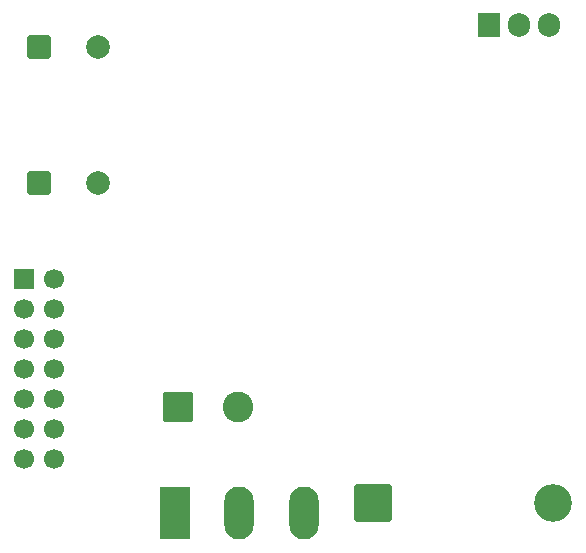
<source format=gbr>
%TF.GenerationSoftware,KiCad,Pcbnew,9.0.7*%
%TF.CreationDate,2026-02-08T16:25:54+05:30*%
%TF.ProjectId,gray,67726179-2e6b-4696-9361-645f70636258,rev?*%
%TF.SameCoordinates,Original*%
%TF.FileFunction,Soldermask,Bot*%
%TF.FilePolarity,Negative*%
%FSLAX46Y46*%
G04 Gerber Fmt 4.6, Leading zero omitted, Abs format (unit mm)*
G04 Created by KiCad (PCBNEW 9.0.7) date 2026-02-08 16:25:54*
%MOMM*%
%LPD*%
G01*
G04 APERTURE LIST*
G04 Aperture macros list*
%AMRoundRect*
0 Rectangle with rounded corners*
0 $1 Rounding radius*
0 $2 $3 $4 $5 $6 $7 $8 $9 X,Y pos of 4 corners*
0 Add a 4 corners polygon primitive as box body*
4,1,4,$2,$3,$4,$5,$6,$7,$8,$9,$2,$3,0*
0 Add four circle primitives for the rounded corners*
1,1,$1+$1,$2,$3*
1,1,$1+$1,$4,$5*
1,1,$1+$1,$6,$7*
1,1,$1+$1,$8,$9*
0 Add four rect primitives between the rounded corners*
20,1,$1+$1,$2,$3,$4,$5,0*
20,1,$1+$1,$4,$5,$6,$7,0*
20,1,$1+$1,$6,$7,$8,$9,0*
20,1,$1+$1,$8,$9,$2,$3,0*%
G04 Aperture macros list end*
%ADD10R,2.500000X4.500000*%
%ADD11O,2.500000X4.500000*%
%ADD12R,1.905000X2.000000*%
%ADD13O,1.905000X2.000000*%
%ADD14R,1.700000X1.700000*%
%ADD15C,1.700000*%
%ADD16RoundRect,0.250000X-1.050000X-1.050000X1.050000X-1.050000X1.050000X1.050000X-1.050000X1.050000X0*%
%ADD17C,2.600000*%
%ADD18RoundRect,0.250000X-1.350000X-1.350000X1.350000X-1.350000X1.350000X1.350000X-1.350000X1.350000X0*%
%ADD19C,3.200000*%
%ADD20RoundRect,0.250000X-0.750000X-0.750000X0.750000X-0.750000X0.750000X0.750000X-0.750000X0.750000X0*%
%ADD21C,2.000000*%
G04 APERTURE END LIST*
D10*
%TO.C,Q2*%
X137650000Y-108100000D03*
D11*
X143100000Y-108100000D03*
X148550000Y-108100000D03*
%TD*%
D12*
%TO.C,Q1*%
X164190000Y-66750000D03*
D13*
X166730000Y-66750000D03*
X169270000Y-66750000D03*
%TD*%
D14*
%TO.C,J1*%
X124860000Y-88230000D03*
D15*
X127400000Y-88230000D03*
X124860000Y-90770000D03*
X127400000Y-90770000D03*
X124860000Y-93310000D03*
X127400000Y-93310000D03*
X124860000Y-95850000D03*
X127400000Y-95850000D03*
X124860000Y-98390000D03*
X127400000Y-98390000D03*
X124860000Y-100930000D03*
X127400000Y-100930000D03*
X124860000Y-103470000D03*
X127400000Y-103470000D03*
%TD*%
D16*
%TO.C,DC_input_40V1*%
X137940000Y-99110000D03*
D17*
X143020000Y-99110000D03*
%TD*%
D18*
%TO.C,D1*%
X154450000Y-107200000D03*
D19*
X169690000Y-107200000D03*
%TD*%
D20*
%TO.C,C4*%
X126104646Y-80150000D03*
D21*
X131104646Y-80150000D03*
%TD*%
D20*
%TO.C,C1*%
X126104646Y-68600000D03*
D21*
X131104646Y-68600000D03*
%TD*%
M02*

</source>
